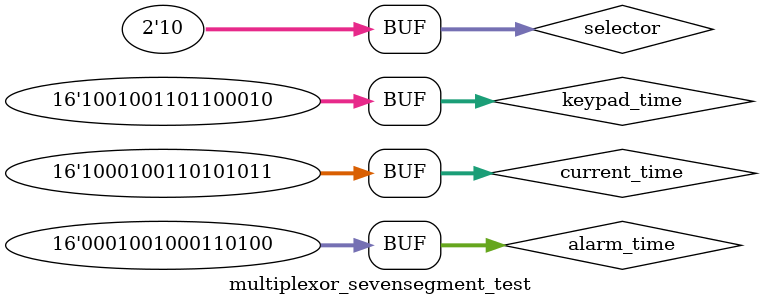
<source format=v>

module multiplexor_sevensegment_test;
reg [15:0] current_time;
reg [15:0] alarm_time;
reg [15:0] keypad_time;
reg [1:0] selector;
wire[3:0] segment_0, segment_1, segment_2, segment_3;
wire[6:0] s0_disp, s1_disp, s2_disp, s3_disp;


multiplexor mult(current_time, alarm_time, keypad_time, selector, segment_0, segment_1, segment_2, segment_3);
sevensegment s0(segment_0, s0_disp);
sevensegment s1(segment_1, s1_disp);
sevensegment s2(segment_2, s2_disp);
sevensegment s3(segment_3, s3_disp);

initial begin
  current_time = {4'h0, 4'h0, 4'h0, 4'h0};
  alarm_time = {4'h1, 4'h2, 4'h3, 4'h4};
  keypad_time = {4'h9, 4'h3, 4'h6, 4'h2};
  selector = 0;
  #5 current_time = {4'h0, 4'h1, 4'h2, 4'h3};
  #5 current_time = {4'h4, 4'h5, 4'h6, 4'h7};
  #5 current_time = {4'h8, 4'h9, 4'ha, 4'hb};
  #5
  selector = 1;
  #5 
  selector = 2;
end

initial begin
  $monitor($time," \n %c\t %c\t %c\t %c\n%c%c%c\t%c%c%c\t%c%c%c\t%c%c%c\n%c%c%c\t%c%c%c\t%c%c%c\t%c%c%c\n" ,
  s3_disp[0] ? "_" : " ", s2_disp[0] ? "_" : " ", s1_disp[0] ? "_" : " ", s0_disp[0] ? "_" : " ",
  
  s3_disp[5] ? "|" : " ", s3_disp[6] ? "_" : " ", s3_disp[1] ? "|" : " ", 
  s2_disp[5] ? "|" : " ", s2_disp[6] ? "_" : " ", s2_disp[1] ? "|" : " ", 
  s1_disp[5] ? "|" : " ", s1_disp[6] ? "_" : " ", s1_disp[1] ? "|" : " ", 
  s0_disp[5] ? "|" : " ", s0_disp[6] ? "_" : " ", s0_disp[1] ? "|" : " ",
   
  s3_disp[4] ? "|" : " ", s3_disp[3] ? "_" : " ", s3_disp[2] ? "|" : " ",
  s2_disp[4] ? "|" : " ", s2_disp[3] ? "_" : " ", s2_disp[2] ? "|" : " ",
  s1_disp[4] ? "|" : " ", s1_disp[3] ? "_" : " ", s1_disp[2] ? "|" : " ",
  s0_disp[4] ? "|" : " ", s0_disp[3] ? "_" : " ", s0_disp[2] ? "|" : " "
  
  );
end
endmodule
</source>
